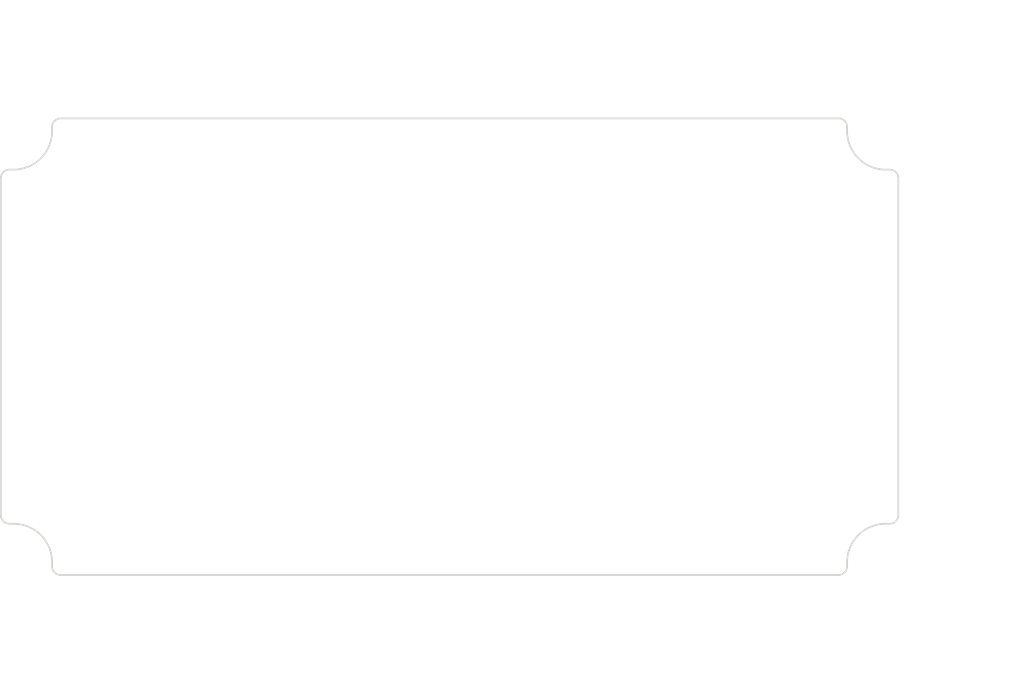
<source format=kicad_pcb>
(kicad_pcb (version 20171130) (host pcbnew "(5.1.0)-1")

  (general
    (thickness 1.6)
    (drawings 56)
    (tracks 0)
    (zones 0)
    (modules 0)
    (nets 1)
  )

  (page A4)
  (layers
    (0 F.Cu signal)
    (31 B.Cu signal)
    (32 B.Adhes user)
    (33 F.Adhes user)
    (34 B.Paste user)
    (35 F.Paste user)
    (36 B.SilkS user)
    (37 F.SilkS user)
    (38 B.Mask user)
    (39 F.Mask user)
    (40 Dwgs.User user)
    (41 Cmts.User user)
    (42 Eco1.User user)
    (43 Eco2.User user)
    (44 Edge.Cuts user)
    (45 Margin user)
    (46 B.CrtYd user)
    (47 F.CrtYd user)
    (48 B.Fab user)
    (49 F.Fab user)
  )

  (setup
    (last_trace_width 0.25)
    (trace_clearance 0.2)
    (zone_clearance 0.508)
    (zone_45_only no)
    (trace_min 0.2)
    (via_size 0.8)
    (via_drill 0.4)
    (via_min_size 0.4)
    (via_min_drill 0.3)
    (uvia_size 0.3)
    (uvia_drill 0.1)
    (uvias_allowed no)
    (uvia_min_size 0.2)
    (uvia_min_drill 0.1)
    (edge_width 0.05)
    (segment_width 0.2)
    (pcb_text_width 0.3)
    (pcb_text_size 1.5 1.5)
    (mod_edge_width 0.12)
    (mod_text_size 1 1)
    (mod_text_width 0.15)
    (pad_size 1.524 1.524)
    (pad_drill 0.762)
    (pad_to_mask_clearance 0.051)
    (solder_mask_min_width 0.25)
    (aux_axis_origin 0 0)
    (visible_elements FFFFFF7F)
    (pcbplotparams
      (layerselection 0x010fc_ffffffff)
      (usegerberextensions false)
      (usegerberattributes false)
      (usegerberadvancedattributes false)
      (creategerberjobfile false)
      (excludeedgelayer true)
      (linewidth 0.152400)
      (plotframeref false)
      (viasonmask false)
      (mode 1)
      (useauxorigin false)
      (hpglpennumber 1)
      (hpglpenspeed 20)
      (hpglpendiameter 15.000000)
      (psnegative false)
      (psa4output false)
      (plotreference true)
      (plotvalue true)
      (plotinvisibletext false)
      (padsonsilk false)
      (subtractmaskfromsilk false)
      (outputformat 1)
      (mirror false)
      (drillshape 1)
      (scaleselection 1)
      (outputdirectory ""))
  )

  (net 0 "")

  (net_class Default "This is the default net class."
    (clearance 0.2)
    (trace_width 0.25)
    (via_dia 0.8)
    (via_drill 0.4)
    (uvia_dia 0.3)
    (uvia_drill 0.1)
  )

  (gr_line (start 185.316092 76.713076) (end 185.316092 76.236996) (layer Edge.Cuts) (width 0.2))
  (gr_line (start 92.263932 76.236996) (end 92.263932 76.713076) (layer Edge.Cuts) (width 0.2))
  (gr_arc (start 87.740012 76.713076) (end 87.740012 81.236996) (angle -90) (layer Edge.Cuts) (width 0.2))
  (gr_line (start 87.740012 81.236996) (end 87.263932 81.236996) (layer Edge.Cuts) (width 0.2))
  (gr_line (start 87.263932 122.689156) (end 87.740012 122.689156) (layer Edge.Cuts) (width 0.2))
  (gr_arc (start 87.740012 127.213076) (end 92.263932 127.213076) (angle -90) (layer Edge.Cuts) (width 0.2))
  (gr_line (start 92.263932 127.213076) (end 92.263932 127.689156) (layer Edge.Cuts) (width 0.2))
  (gr_line (start 185.316092 127.689156) (end 185.316092 127.213076) (layer Edge.Cuts) (width 0.2))
  (gr_arc (start 189.840012 127.213076) (end 189.840012 122.689156) (angle -90) (layer Edge.Cuts) (width 0.2))
  (gr_line (start 189.840012 122.689156) (end 190.316092 122.689156) (layer Edge.Cuts) (width 0.2))
  (gr_line (start 190.316092 81.236996) (end 189.840012 81.236996) (layer Edge.Cuts) (width 0.2))
  (gr_arc (start 189.840012 76.713076) (end 185.316092 76.713076) (angle -90) (layer Edge.Cuts) (width 0.2))
  (gr_line (start 191.316092 121.689156) (end 191.316092 82.236996) (layer Edge.Cuts) (width 0.2))
  (gr_line (start 184.316092 75.236996) (end 93.263932 75.236996) (layer Edge.Cuts) (width 0.2))
  (gr_line (start 86.263932 82.236996) (end 86.263932 121.689156) (layer Edge.Cuts) (width 0.2))
  (gr_line (start 93.263932 128.689156) (end 184.316092 128.689156) (layer Edge.Cuts) (width 0.2))
  (gr_arc (start 184.316092 127.689156) (end 184.316092 128.689156) (angle -90) (layer Edge.Cuts) (width 0.2))
  (gr_arc (start 190.316092 121.689156) (end 190.316092 122.689156) (angle -90) (layer Edge.Cuts) (width 0.2))
  (gr_arc (start 190.316092 82.236996) (end 191.316092 82.236996) (angle -90) (layer Edge.Cuts) (width 0.2))
  (gr_arc (start 184.316092 76.236996) (end 185.316092 76.236996) (angle -90) (layer Edge.Cuts) (width 0.2))
  (gr_arc (start 93.263932 76.236996) (end 93.263932 75.236996) (angle -90) (layer Edge.Cuts) (width 0.2))
  (gr_arc (start 87.263932 82.236996) (end 87.263932 81.236996) (angle -90) (layer Edge.Cuts) (width 0.2))
  (gr_arc (start 87.263932 121.689156) (end 86.263932 121.689156) (angle -90) (layer Edge.Cuts) (width 0.2))
  (gr_arc (start 93.263932 127.689156) (end 92.263932 127.689156) (angle -90) (layer Edge.Cuts) (width 0.2))
  (gr_text [3.66] (at 138.790012 72.086915) (layer Dwgs.User)
    (effects (font (size 1.7 1.53) (thickness 0.2125)))
  )
  (gr_text " 93.05" (at 138.790012 68.5289) (layer Dwgs.User)
    (effects (font (size 1.7 1.53) (thickness 0.2125)))
  )
  (gr_line (start 94.263932 70.197454) (end 134.736124 70.197454) (layer Dwgs.User) (width 0.2))
  (gr_line (start 183.316092 70.197454) (end 142.8439 70.197454) (layer Dwgs.User) (width 0.2))
  (gr_line (start 92.263932 75.236996) (end 92.263932 67.022454) (layer Dwgs.User) (width 0.2))
  (gr_line (start 185.316092 75.236996) (end 185.316092 67.022454) (layer Dwgs.User) (width 0.2))
  (gr_text [1.63] (at 195.134679 103.255848) (layer Dwgs.User)
    (effects (font (size 1.7 1.53) (thickness 0.2125)))
  )
  (gr_text " 41.45" (at 195.134679 99.698412) (layer Dwgs.User)
    (effects (font (size 1.7 1.53) (thickness 0.2125)))
  )
  (gr_line (start 195.134679 83.236996) (end 195.134679 97.808951) (layer Dwgs.User) (width 0.2))
  (gr_line (start 195.134679 120.689156) (end 195.134679 104.923822) (layer Dwgs.User) (width 0.2))
  (gr_line (start 191.316092 81.236996) (end 198.309679 81.236996) (layer Dwgs.User) (width 0.2))
  (gr_line (start 191.316092 122.689156) (end 198.309679 122.689156) (layer Dwgs.User) (width 0.2))
  (gr_text [R0.04] (at 196.568743 138.801167) (layer Dwgs.User)
    (effects (font (size 1.7 1.53) (thickness 0.2125)))
  )
  (gr_text " R1.00" (at 196.568743 135.243731) (layer Dwgs.User)
    (effects (font (size 1.7 1.53) (thickness 0.2125)))
  )
  (gr_line (start 190.097972 136.911706) (end 185.909612 130.230945) (layer Dwgs.User) (width 0.2))
  (gr_line (start 192.097972 136.911706) (end 190.097972 136.911706) (layer Dwgs.User) (width 0.2))
  (gr_text [R0.18] (at 178.832465 121.886245) (layer Dwgs.User)
    (effects (font (size 1.7 1.53) (thickness 0.2125)))
  )
  (gr_text " R4.52" (at 178.832465 118.32881) (layer Dwgs.User)
    (effects (font (size 1.7 1.53) (thickness 0.2125)))
  )
  (gr_line (start 185.303235 119.996784) (end 186.367717 121.68997) (layer Dwgs.User) (width 0.2))
  (gr_line (start 183.303235 119.996784) (end 185.303235 119.996784) (layer Dwgs.User) (width 0.2))
  (gr_text [2.10] (at 202.006194 110.127362) (layer Dwgs.User)
    (effects (font (size 1.7 1.53) (thickness 0.2125)))
  )
  (gr_text " 53.45" (at 202.006194 106.569347) (layer Dwgs.User)
    (effects (font (size 1.7 1.53) (thickness 0.2125)))
  )
  (gr_line (start 202.006194 77.236996) (end 202.006194 104.679886) (layer Dwgs.User) (width 0.2))
  (gr_line (start 202.006194 126.689156) (end 202.006194 111.795916) (layer Dwgs.User) (width 0.2))
  (gr_line (start 186.316092 75.236996) (end 205.181194 75.236996) (layer Dwgs.User) (width 0.2))
  (gr_line (start 186.316092 128.689156) (end 205.181194 128.689156) (layer Dwgs.User) (width 0.2))
  (gr_text [4.14] (at 158.914598 66.546099) (layer Dwgs.User)
    (effects (font (size 1.7 1.53) (thickness 0.2125)))
  )
  (gr_text " 105.05" (at 158.914598 62.988664) (layer Dwgs.User)
    (effects (font (size 1.7 1.53) (thickness 0.2125)))
  )
  (gr_line (start 88.263932 64.656638) (end 154.200307 64.656638) (layer Dwgs.User) (width 0.2))
  (gr_line (start 189.316092 64.656638) (end 163.628889 64.656638) (layer Dwgs.User) (width 0.2))
  (gr_line (start 86.263932 80.236996) (end 86.263932 61.481638) (layer Dwgs.User) (width 0.2))
  (gr_line (start 191.316092 80.236996) (end 191.316092 61.481638) (layer Dwgs.User) (width 0.2))

)

</source>
